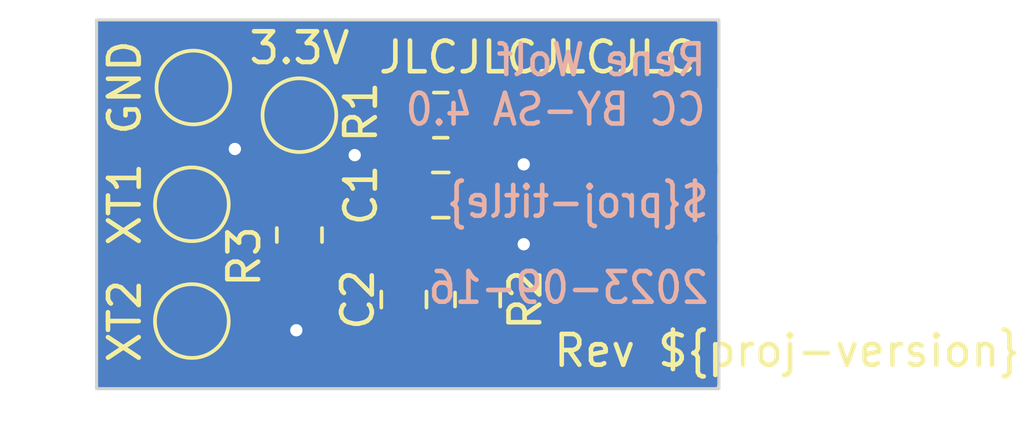
<source format=kicad_pcb>
(kicad_pcb (version 20221018) (generator pcbnew)
  (title_block (title "${proj-title}") (date "2023-09-16") (rev "${proj-version}") (company "${proj-author}") (comment 1 "${proj-license}"))
  (layers (0 "F.Cu" signal) (31 "B.Cu" signal) (34 "B.Paste" user) (35 "F.Paste" user) (36 "B.SilkS" user "B.Silkscreen") (37 "F.SilkS" user "F.Silkscreen") (38 "B.Mask" user) (39 "F.Mask" user) (44 "Edge.Cuts" user))
  (property "proj-author" "Rene Wolf")
  (property "proj-license" "CC BY-SA 4.0")
  (property "proj-title" "cxadc clock-gen adapter")
  (property "proj-version" "B")
  (net 0 "")
  (net 1 "Net-(J30-Pin_2)")
  (net 2 "/xt1")
  (net 3 "/xt2")
  (net 4 "GND")
  (net 5 "/vcc_33")
  (footprint "Capacitor_SMD:C_0805_2012Metric_Pad1.18x1.45mm_HandSolder" (layer "F.Cu") (at 135 84.1 -90)
    (fp_text reference "C2" (at 0 1.5 90) (layer "F.SilkS"))
    (fp_text value "10n")
    (fp_line (start -0.261252 -0.735) (end 0.261252 -0.735) (stroke (width 0.12)) (layer "F.SilkS"))
    (fp_line (start -0.261252 0.735) (end 0.261252 0.735) (stroke (width 0.12)) (layer "F.SilkS"))
    (pad "1" smd roundrect (at -1.0375 0 270) (size 1.175 1.45) (layers "F.Cu" "F.Paste" "F.Mask") (roundrect_rratio 0.2127659574) (net 3 "/xt2"))
    (pad "2" smd roundrect (at 1.0375 0 270) (size 1.175 1.45) (layers "F.Cu" "F.Paste" "F.Mask") (roundrect_rratio 0.2127659574) (net 4 "GND"))
  )
  (footprint "TestPoint:TestPoint_Pad_D2.0mm" (layer "F.Cu") (at 131.6 78.1)
    (fp_text reference "J21" hide)
    (fp_text value "Conn_01x01_Pin")
    (fp_circle (center 0 0) (end 0 1.2) (stroke (width 0.12)) (fill none) (layer "F.SilkS"))
    (pad "1" smd circle (at 0 0) (size 2 2) (layers "F.Cu" "F.Mask") (net 5 "/vcc_33"))
  )
  (footprint "Resistor_SMD:R_0805_2012Metric_Pad1.20x1.40mm_HandSolder" (layer "F.Cu") (at 131.6 82 -90)
    (fp_text reference "R3" (at 0.7 1.8 90) (layer "F.SilkS"))
    (fp_text value "10k")
    (fp_line (start -0.227064 -0.735) (end 0.227064 -0.735) (stroke (width 0.12)) (layer "F.SilkS"))
    (fp_line (start -0.227064 0.735) (end 0.227064 0.735) (stroke (width 0.12)) (layer "F.SilkS"))
    (pad "1" smd roundrect (at -1 0 270) (size 1.2 1.4) (layers "F.Cu" "F.Paste" "F.Mask") (roundrect_rratio 0.2083333333) (net 2 "/xt1"))
    (pad "2" smd roundrect (at 1 0 270) (size 1.2 1.4) (layers "F.Cu" "F.Paste" "F.Mask") (roundrect_rratio 0.2083333333) (net 3 "/xt2"))
  )
  (footprint "custom-vt610ex-sc3a:PinHeader_1x03_P2.54mm_Edge" (layer "F.Cu") (at 144.5 81)
    (fp_text reference "J30" hide)
    (fp_text value "Conn_01x03_Pin")
    (pad "1" connect roundrect (at -2.0955 2.54) (size 5.207 1.524) (layers "F.Cu" "F.Mask") (net 4 "GND"))
    (pad "2" connect roundrect (at -2.0955 0) (size 5.207 1.524) (layers "F.Cu" "F.Mask") (net 1 "Net-(J30-Pin_2)"))
    (pad "3" connect roundrect (at -2.0955 -2.54) (size 5.207 1.524) (layers "F.Cu" "F.Mask") (net 4 "GND"))
  )
  (footprint "TestPoint:TestPoint_Pad_D2.0mm" (layer "F.Cu") (at 128.1 84.8)
    (fp_text reference "J12" hide)
    (fp_text value "Conn_01x01_Pin")
    (fp_circle (center 0 0) (end 0 1.2) (stroke (width 0.12)) (fill none) (layer "F.SilkS"))
    (pad "1" smd circle (at 0 0) (size 2 2) (layers "F.Cu" "F.Mask") (net 3 "/xt2"))
  )
  (footprint "Resistor_SMD:R_0805_2012Metric_Pad1.20x1.40mm_HandSolder" (layer "F.Cu") (at 137.4 84.1 -90)
    (fp_text reference "R2" (at 0 -1.55 -90) (layer "F.SilkS"))
    (fp_text value "1k")
    (fp_line (start -0.227064 -0.735) (end 0.227064 -0.735) (stroke (width 0.12)) (layer "F.SilkS"))
    (fp_line (start -0.227064 0.735) (end 0.227064 0.735) (stroke (width 0.12)) (layer "F.SilkS"))
    (pad "1" smd roundrect (at -1 0 270) (size 1.2 1.4) (layers "F.Cu" "F.Paste" "F.Mask") (roundrect_rratio 0.2083333333) (net 3 "/xt2"))
    (pad "2" smd roundrect (at 1 0 270) (size 1.2 1.4) (layers "F.Cu" "F.Paste" "F.Mask") (roundrect_rratio 0.2083333333) (net 4 "GND"))
  )
  (footprint "TestPoint:TestPoint_Pad_D2.0mm" (layer "F.Cu") (at 128.150001 77.2)
    (fp_text reference "J22" hide)
    (fp_text value "Conn_01x01_Pin")
    (fp_circle (center 0 0) (end 0 1.2) (stroke (width 0.12)) (fill none) (layer "F.SilkS"))
    (pad "1" smd circle (at 0 0) (size 2 2) (layers "F.Cu" "F.Mask") (net 4 "GND"))
  )
  (footprint "TestPoint:TestPoint_Pad_D2.0mm" (layer "F.Cu") (at 128.1 81)
    (fp_text reference "J11" hide)
    (fp_text value "Conn_01x01_Pin")
    (fp_circle (center 0 0) (end 0 1.2) (stroke (width 0.12)) (fill none) (layer "F.SilkS"))
    (pad "1" smd circle (at 0 0) (size 2 2) (layers "F.Cu" "F.Mask") (net 2 "/xt1"))
  )
  (footprint "Resistor_SMD:R_0805_2012Metric_Pad1.20x1.40mm_HandSolder" (layer "F.Cu") (at 136.2 78.1)
    (fp_text reference "R1" (at -2.6 -0.1 90) (layer "F.SilkS"))
    (fp_text value "1k")
    (fp_line (start -0.227064 -0.735) (end 0.227064 -0.735) (stroke (width 0.12)) (layer "F.SilkS"))
    (fp_line (start -0.227064 0.735) (end 0.227064 0.735) (stroke (width 0.12)) (layer "F.SilkS"))
    (pad "1" smd roundrect (at -1 0) (size 1.2 1.4) (layers "F.Cu" "F.Paste" "F.Mask") (roundrect_rratio 0.2083333333) (net 5 "/vcc_33"))
    (pad "2" smd roundrect (at 1 0) (size 1.2 1.4) (layers "F.Cu" "F.Paste" "F.Mask") (roundrect_rratio 0.2083333333) (net 3 "/xt2"))
  )
  (footprint "Capacitor_SMD:C_0805_2012Metric_Pad1.18x1.45mm_HandSolder" (layer "F.Cu") (at 136.2 80.7 180)
    (fp_text reference "C1" (at 2.6 0 90) (layer "F.SilkS"))
    (fp_text value "1n5")
    (fp_line (start -0.261252 -0.735) (end 0.261252 -0.735) (stroke (width 0.12)) (layer "F.SilkS"))
    (fp_line (start -0.261252 0.735) (end 0.261252 0.735) (stroke (width 0.12)) (layer "F.SilkS"))
    (pad "1" smd roundrect (at -1.0375 0 180) (size 1.175 1.45) (layers "F.Cu" "F.Paste" "F.Mask") (roundrect_rratio 0.2127659574) (net 1 "Net-(J30-Pin_2)"))
    (pad "2" smd roundrect (at 1.0375 0 180) (size 1.175 1.45) (layers "F.Cu" "F.Paste" "F.Mask") (roundrect_rratio 0.2127659574) (net 2 "/xt1"))
  )
  (gr_rect (start 125 75) (end 145.25 87) (stroke (width 0.1)) (fill none) (layer "Edge.Cuts"))
  (gr_text "${ISSUE_DATE}" (at 145 84.3) (layer "B.SilkS") (effects (font (size 1 0.9)) (justify left bottom mirror)))
  (gr_text "${proj-author}\n${proj-license}" (at 144.9 78.5) (layer "B.SilkS") (effects (font (size 1 0.9)) (justify left bottom mirror)))
  (gr_text "${TITLE}" (at 145 81.5) (layer "B.SilkS") (effects (font (size 1 0.9)) (justify left bottom mirror)))
  (gr_text "Rev ${REVISION}" (at 139.8 86.35) (layer "F.SilkS") (effects (font (size 1 1)) (justify left bottom)))
  (gr_text "XT2" (at 126.5 84.8 90) (layer "F.SilkS") (effects (font (size 1 1)) (justify bottom)))
  (gr_text "JLCJLCJLCJLC" (at 134.1 76.8) (layer "F.SilkS") (effects (font (size 1 1)) (justify left bottom)))
  (gr_text "GND" (at 126.5 77.2 90) (layer "F.SilkS") (effects (font (size 1 1)) (justify bottom)))
  (gr_text "XT1" (at 126.5 81 90) (layer "F.SilkS") (effects (font (size 1 1)) (justify bottom)))
  (gr_text "3.3V" (at 131.6 76.5) (layer "F.SilkS") (effects (font (size 1 1)) (justify bottom)))
  (segment (start 137.5375 81) (end 137.2375 80.7) (width 0.25) (layer "F.Cu") (net 1))
  (segment (start 142.1545 81) (end 137.5375 81) (width 0.25) (layer "F.Cu") (net 1))
  (segment (start 134.8625 81) (end 135.1625 80.7) (width 0.25) (layer "F.Cu") (net 2))
  (segment (start 128.1 81) (end 131.6 81) (width 0.25) (layer "F.Cu") (net 2))
  (segment (start 131.6 81) (end 134.8625 81) (width 0.25) (layer "F.Cu") (net 2))
  (segment (start 136.2 83.0625) (end 137.3625 83.0625) (width 0.25) (layer "F.Cu") (net 3))
  (segment (start 131.6 83) (end 134.9375 83) (width 0.25) (layer "F.Cu") (net 3))
  (segment (start 137.5625 83.0625) (end 137.6 83.1) (width 0.25) (layer "F.Cu") (net 3))
  (segment (start 135.1625 83.1) (end 135.2 83.0625) (width 0.25) (layer "F.Cu") (net 3))
  (segment (start 136.2 79.1) (end 136.2 83.0625) (width 0.25) (layer "F.Cu") (net 3))
  (segment (start 137.2 78.1) (end 136.2 79.1) (width 0.25) (layer "F.Cu") (net 3))
  (segment (start 135 83.0625) (end 136.2 83.0625) (width 0.25) (layer "F.Cu") (net 3))
  (segment (start 129.9 83) (end 130.1 83) (width 0.25) (layer "F.Cu") (net 3))
  (segment (start 128.1 84.8) (end 129.9 83) (width 0.25) (layer "F.Cu") (net 3))
  (segment (start 131.6 83) (end 130.1 83) (width 0.25) (layer "F.Cu") (net 3))
  (segment (start 134.9375 83) (end 135 83.0625) (width 0.25) (layer "F.Cu") (net 3))
  (segment (start 135 85.1375) (end 137.3625 85.1375) (width 0.5) (layer "F.Cu") (net 4))
  (segment (start 137.5625 85.1375) (end 137.6 85.1) (width 0.5) (layer "F.Cu") (net 4))
  (segment (start 137.7625 85.1375) (end 137.8 85.1) (width 0.25) (layer "F.Cu") (net 4))
  (via (at 133.4 79.4) (size 0.8) (drill 0.4) (layers "F.Cu" "B.Cu") (net 4))
  (via (at 138.9 82.3) (size 0.8) (drill 0.4) (layers "F.Cu" "B.Cu") (net 4))
  (via (at 138.9 79.7) (size 0.8) (drill 0.4) (layers "F.Cu" "B.Cu") (net 4))
  (via (at 129.5 79.2) (size 0.8) (drill 0.4) (layers "F.Cu" "B.Cu") (net 4))
  (via (at 131.5 85.1) (size 0.8) (drill 0.4) (layers "F.Cu" "B.Cu") (net 4))
  (segment (start 135.2 78.1) (end 131.6 78.1) (width 0.25) (layer "F.Cu") (net 5))
  (zone (net 4) (net_name "GND") (layer "F.Cu") (connect_pads (clearance 0.25)) (min_thickness 0.25) (fill yes (thermal_gap 0.5) (thermal_bridge_width 0.5))
    (polygon (pts (xy 125 75) (xy 145.2 75) (xy 145.2 87) (xy 125 87)))
  )
  (zone (net 4) (net_name "GND") (layer "B.Cu") (priority 1) (connect_pads (clearance 0.25)) (min_thickness 0.25) (fill yes (thermal_gap 0.5) (thermal_bridge_width 0.5))
    (polygon (pts (xy 125 75) (xy 145.2 75) (xy 145.2 87) (xy 125 87)))
  )
)
</source>
